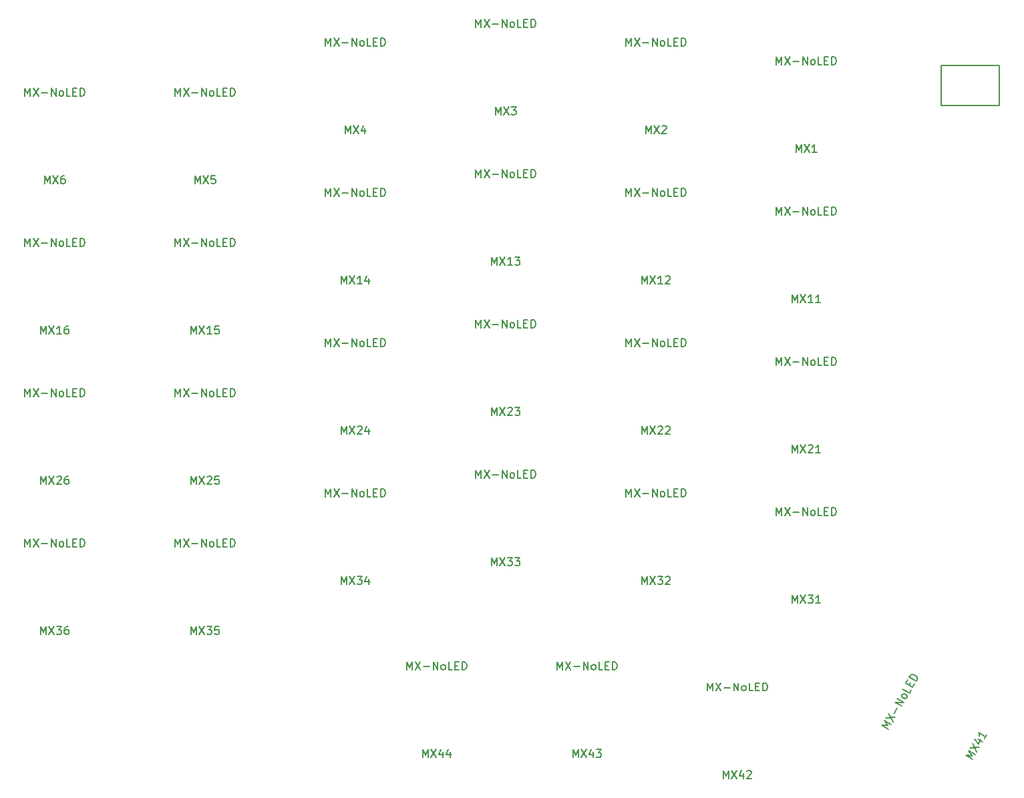
<source format=gbr>
%TF.GenerationSoftware,KiCad,Pcbnew,(5.1.9-0-10_14)*%
%TF.CreationDate,2021-04-25T18:40:37-05:00*%
%TF.ProjectId,wren-plain,7772656e-2d70-46c6-9169-6e2e6b696361,rev?*%
%TF.SameCoordinates,Original*%
%TF.FileFunction,OtherDrawing,Comment*%
%FSLAX46Y46*%
G04 Gerber Fmt 4.6, Leading zero omitted, Abs format (unit mm)*
G04 Created by KiCad (PCBNEW (5.1.9-0-10_14)) date 2021-04-25 18:40:37*
%MOMM*%
%LPD*%
G01*
G04 APERTURE LIST*
%ADD10C,0.200000*%
%ADD11C,0.150000*%
G04 APERTURE END LIST*
D10*
%TO.C,U1*%
X237744000Y-25146000D02*
X237744000Y-30226000D01*
X245110000Y-25146000D02*
X237744000Y-25146000D01*
X245110000Y-30226000D02*
X245110000Y-25146000D01*
X237744000Y-30226000D02*
X245110000Y-30226000D01*
%TD*%
%TO.C,MX6*%
D11*
X124126785Y-40139880D02*
X124126785Y-39139880D01*
X124460119Y-39854166D01*
X124793452Y-39139880D01*
X124793452Y-40139880D01*
X125174404Y-39139880D02*
X125841071Y-40139880D01*
X125841071Y-39139880D02*
X125174404Y-40139880D01*
X126650595Y-39139880D02*
X126460119Y-39139880D01*
X126364880Y-39187500D01*
X126317261Y-39235119D01*
X126222023Y-39377976D01*
X126174404Y-39568452D01*
X126174404Y-39949404D01*
X126222023Y-40044642D01*
X126269642Y-40092261D01*
X126364880Y-40139880D01*
X126555357Y-40139880D01*
X126650595Y-40092261D01*
X126698214Y-40044642D01*
X126745833Y-39949404D01*
X126745833Y-39711309D01*
X126698214Y-39616071D01*
X126650595Y-39568452D01*
X126555357Y-39520833D01*
X126364880Y-39520833D01*
X126269642Y-39568452D01*
X126222023Y-39616071D01*
X126174404Y-39711309D01*
X121650595Y-29027380D02*
X121650595Y-28027380D01*
X121983928Y-28741666D01*
X122317261Y-28027380D01*
X122317261Y-29027380D01*
X122698214Y-28027380D02*
X123364880Y-29027380D01*
X123364880Y-28027380D02*
X122698214Y-29027380D01*
X123745833Y-28646428D02*
X124507738Y-28646428D01*
X124983928Y-29027380D02*
X124983928Y-28027380D01*
X125555357Y-29027380D01*
X125555357Y-28027380D01*
X126174404Y-29027380D02*
X126079166Y-28979761D01*
X126031547Y-28932142D01*
X125983928Y-28836904D01*
X125983928Y-28551190D01*
X126031547Y-28455952D01*
X126079166Y-28408333D01*
X126174404Y-28360714D01*
X126317261Y-28360714D01*
X126412500Y-28408333D01*
X126460119Y-28455952D01*
X126507738Y-28551190D01*
X126507738Y-28836904D01*
X126460119Y-28932142D01*
X126412500Y-28979761D01*
X126317261Y-29027380D01*
X126174404Y-29027380D01*
X127412500Y-29027380D02*
X126936309Y-29027380D01*
X126936309Y-28027380D01*
X127745833Y-28503571D02*
X128079166Y-28503571D01*
X128222023Y-29027380D02*
X127745833Y-29027380D01*
X127745833Y-28027380D01*
X128222023Y-28027380D01*
X128650595Y-29027380D02*
X128650595Y-28027380D01*
X128888690Y-28027380D01*
X129031547Y-28075000D01*
X129126785Y-28170238D01*
X129174404Y-28265476D01*
X129222023Y-28455952D01*
X129222023Y-28598809D01*
X129174404Y-28789285D01*
X129126785Y-28884523D01*
X129031547Y-28979761D01*
X128888690Y-29027380D01*
X128650595Y-29027380D01*
%TO.C,MX36*%
X123650595Y-97289880D02*
X123650595Y-96289880D01*
X123983928Y-97004166D01*
X124317261Y-96289880D01*
X124317261Y-97289880D01*
X124698214Y-96289880D02*
X125364880Y-97289880D01*
X125364880Y-96289880D02*
X124698214Y-97289880D01*
X125650595Y-96289880D02*
X126269642Y-96289880D01*
X125936309Y-96670833D01*
X126079166Y-96670833D01*
X126174404Y-96718452D01*
X126222023Y-96766071D01*
X126269642Y-96861309D01*
X126269642Y-97099404D01*
X126222023Y-97194642D01*
X126174404Y-97242261D01*
X126079166Y-97289880D01*
X125793452Y-97289880D01*
X125698214Y-97242261D01*
X125650595Y-97194642D01*
X127126785Y-96289880D02*
X126936309Y-96289880D01*
X126841071Y-96337500D01*
X126793452Y-96385119D01*
X126698214Y-96527976D01*
X126650595Y-96718452D01*
X126650595Y-97099404D01*
X126698214Y-97194642D01*
X126745833Y-97242261D01*
X126841071Y-97289880D01*
X127031547Y-97289880D01*
X127126785Y-97242261D01*
X127174404Y-97194642D01*
X127222023Y-97099404D01*
X127222023Y-96861309D01*
X127174404Y-96766071D01*
X127126785Y-96718452D01*
X127031547Y-96670833D01*
X126841071Y-96670833D01*
X126745833Y-96718452D01*
X126698214Y-96766071D01*
X126650595Y-96861309D01*
X121650595Y-86177380D02*
X121650595Y-85177380D01*
X121983928Y-85891666D01*
X122317261Y-85177380D01*
X122317261Y-86177380D01*
X122698214Y-85177380D02*
X123364880Y-86177380D01*
X123364880Y-85177380D02*
X122698214Y-86177380D01*
X123745833Y-85796428D02*
X124507738Y-85796428D01*
X124983928Y-86177380D02*
X124983928Y-85177380D01*
X125555357Y-86177380D01*
X125555357Y-85177380D01*
X126174404Y-86177380D02*
X126079166Y-86129761D01*
X126031547Y-86082142D01*
X125983928Y-85986904D01*
X125983928Y-85701190D01*
X126031547Y-85605952D01*
X126079166Y-85558333D01*
X126174404Y-85510714D01*
X126317261Y-85510714D01*
X126412500Y-85558333D01*
X126460119Y-85605952D01*
X126507738Y-85701190D01*
X126507738Y-85986904D01*
X126460119Y-86082142D01*
X126412500Y-86129761D01*
X126317261Y-86177380D01*
X126174404Y-86177380D01*
X127412500Y-86177380D02*
X126936309Y-86177380D01*
X126936309Y-85177380D01*
X127745833Y-85653571D02*
X128079166Y-85653571D01*
X128222023Y-86177380D02*
X127745833Y-86177380D01*
X127745833Y-85177380D01*
X128222023Y-85177380D01*
X128650595Y-86177380D02*
X128650595Y-85177380D01*
X128888690Y-85177380D01*
X129031547Y-85225000D01*
X129126785Y-85320238D01*
X129174404Y-85415476D01*
X129222023Y-85605952D01*
X129222023Y-85748809D01*
X129174404Y-85939285D01*
X129126785Y-86034523D01*
X129031547Y-86129761D01*
X128888690Y-86177380D01*
X128650595Y-86177380D01*
%TO.C,MX41*%
X241744452Y-113099294D02*
X240878426Y-112599294D01*
X241663682Y-112667762D01*
X241211759Y-112021944D01*
X242077785Y-112521944D01*
X241402236Y-111692030D02*
X242601594Y-111614679D01*
X241735569Y-111114679D02*
X242268261Y-112192030D01*
X242429006Y-110580278D02*
X243006356Y-110913611D01*
X241980044Y-110595998D02*
X242479586Y-111159337D01*
X242789110Y-110623227D01*
X243530166Y-110006346D02*
X243244452Y-110501218D01*
X243387309Y-110253782D02*
X242521283Y-109753782D01*
X242597382Y-109907689D01*
X242632242Y-110037787D01*
X242625862Y-110144075D01*
X231120744Y-109275095D02*
X230254718Y-108775095D01*
X231039974Y-108843563D01*
X230588051Y-108197745D01*
X231454077Y-108697745D01*
X230778528Y-107867830D02*
X231977886Y-107790480D01*
X231111861Y-107290480D02*
X231644553Y-108367830D01*
X231838448Y-107270089D02*
X232219401Y-106610261D01*
X232787410Y-106388344D02*
X231921385Y-105888344D01*
X233073124Y-105893472D01*
X232207099Y-105393472D01*
X233382648Y-105357361D02*
X233293790Y-105416030D01*
X233228741Y-105433460D01*
X233122453Y-105427080D01*
X232875017Y-105284223D01*
X232816348Y-105195365D01*
X232798918Y-105130316D01*
X232805298Y-105024028D01*
X232876727Y-104900310D01*
X232965585Y-104841641D01*
X233030634Y-104824211D01*
X233136922Y-104830591D01*
X233384358Y-104973448D01*
X233443027Y-105062306D01*
X233460457Y-105127355D01*
X233454077Y-105233643D01*
X233382648Y-105357361D01*
X234001696Y-104285139D02*
X233763601Y-104697532D01*
X232897575Y-104197532D01*
X233714730Y-103734559D02*
X233881397Y-103445884D01*
X234406458Y-103584071D02*
X234168363Y-103996464D01*
X233302337Y-103496464D01*
X233540432Y-103084071D01*
X234620744Y-103212917D02*
X233754718Y-102712917D01*
X233873766Y-102506721D01*
X233986434Y-102406812D01*
X234116531Y-102371953D01*
X234222819Y-102378333D01*
X234411586Y-102432331D01*
X234535304Y-102503760D01*
X234676452Y-102640237D01*
X234735121Y-102729096D01*
X234769980Y-102859193D01*
X234739791Y-103006721D01*
X234620744Y-103212917D01*
%TO.C,MX15*%
X142700595Y-59189880D02*
X142700595Y-58189880D01*
X143033928Y-58904166D01*
X143367261Y-58189880D01*
X143367261Y-59189880D01*
X143748214Y-58189880D02*
X144414880Y-59189880D01*
X144414880Y-58189880D02*
X143748214Y-59189880D01*
X145319642Y-59189880D02*
X144748214Y-59189880D01*
X145033928Y-59189880D02*
X145033928Y-58189880D01*
X144938690Y-58332738D01*
X144843452Y-58427976D01*
X144748214Y-58475595D01*
X146224404Y-58189880D02*
X145748214Y-58189880D01*
X145700595Y-58666071D01*
X145748214Y-58618452D01*
X145843452Y-58570833D01*
X146081547Y-58570833D01*
X146176785Y-58618452D01*
X146224404Y-58666071D01*
X146272023Y-58761309D01*
X146272023Y-58999404D01*
X146224404Y-59094642D01*
X146176785Y-59142261D01*
X146081547Y-59189880D01*
X145843452Y-59189880D01*
X145748214Y-59142261D01*
X145700595Y-59094642D01*
X140700595Y-48077380D02*
X140700595Y-47077380D01*
X141033928Y-47791666D01*
X141367261Y-47077380D01*
X141367261Y-48077380D01*
X141748214Y-47077380D02*
X142414880Y-48077380D01*
X142414880Y-47077380D02*
X141748214Y-48077380D01*
X142795833Y-47696428D02*
X143557738Y-47696428D01*
X144033928Y-48077380D02*
X144033928Y-47077380D01*
X144605357Y-48077380D01*
X144605357Y-47077380D01*
X145224404Y-48077380D02*
X145129166Y-48029761D01*
X145081547Y-47982142D01*
X145033928Y-47886904D01*
X145033928Y-47601190D01*
X145081547Y-47505952D01*
X145129166Y-47458333D01*
X145224404Y-47410714D01*
X145367261Y-47410714D01*
X145462500Y-47458333D01*
X145510119Y-47505952D01*
X145557738Y-47601190D01*
X145557738Y-47886904D01*
X145510119Y-47982142D01*
X145462500Y-48029761D01*
X145367261Y-48077380D01*
X145224404Y-48077380D01*
X146462500Y-48077380D02*
X145986309Y-48077380D01*
X145986309Y-47077380D01*
X146795833Y-47553571D02*
X147129166Y-47553571D01*
X147272023Y-48077380D02*
X146795833Y-48077380D01*
X146795833Y-47077380D01*
X147272023Y-47077380D01*
X147700595Y-48077380D02*
X147700595Y-47077380D01*
X147938690Y-47077380D01*
X148081547Y-47125000D01*
X148176785Y-47220238D01*
X148224404Y-47315476D01*
X148272023Y-47505952D01*
X148272023Y-47648809D01*
X148224404Y-47839285D01*
X148176785Y-47934523D01*
X148081547Y-48029761D01*
X147938690Y-48077380D01*
X147700595Y-48077380D01*
%TO.C,MX44*%
X172063095Y-112879130D02*
X172063095Y-111879130D01*
X172396428Y-112593416D01*
X172729761Y-111879130D01*
X172729761Y-112879130D01*
X173110714Y-111879130D02*
X173777380Y-112879130D01*
X173777380Y-111879130D02*
X173110714Y-112879130D01*
X174586904Y-112212464D02*
X174586904Y-112879130D01*
X174348809Y-111831511D02*
X174110714Y-112545797D01*
X174729761Y-112545797D01*
X175539285Y-112212464D02*
X175539285Y-112879130D01*
X175301190Y-111831511D02*
X175063095Y-112545797D01*
X175682142Y-112545797D01*
X170063095Y-101766630D02*
X170063095Y-100766630D01*
X170396428Y-101480916D01*
X170729761Y-100766630D01*
X170729761Y-101766630D01*
X171110714Y-100766630D02*
X171777380Y-101766630D01*
X171777380Y-100766630D02*
X171110714Y-101766630D01*
X172158333Y-101385678D02*
X172920238Y-101385678D01*
X173396428Y-101766630D02*
X173396428Y-100766630D01*
X173967857Y-101766630D01*
X173967857Y-100766630D01*
X174586904Y-101766630D02*
X174491666Y-101719011D01*
X174444047Y-101671392D01*
X174396428Y-101576154D01*
X174396428Y-101290440D01*
X174444047Y-101195202D01*
X174491666Y-101147583D01*
X174586904Y-101099964D01*
X174729761Y-101099964D01*
X174825000Y-101147583D01*
X174872619Y-101195202D01*
X174920238Y-101290440D01*
X174920238Y-101576154D01*
X174872619Y-101671392D01*
X174825000Y-101719011D01*
X174729761Y-101766630D01*
X174586904Y-101766630D01*
X175825000Y-101766630D02*
X175348809Y-101766630D01*
X175348809Y-100766630D01*
X176158333Y-101242821D02*
X176491666Y-101242821D01*
X176634523Y-101766630D02*
X176158333Y-101766630D01*
X176158333Y-100766630D01*
X176634523Y-100766630D01*
X177063095Y-101766630D02*
X177063095Y-100766630D01*
X177301190Y-100766630D01*
X177444047Y-100814250D01*
X177539285Y-100909488D01*
X177586904Y-101004726D01*
X177634523Y-101195202D01*
X177634523Y-101338059D01*
X177586904Y-101528535D01*
X177539285Y-101623773D01*
X177444047Y-101719011D01*
X177301190Y-101766630D01*
X177063095Y-101766630D01*
%TO.C,MX43*%
X191113095Y-112879130D02*
X191113095Y-111879130D01*
X191446428Y-112593416D01*
X191779761Y-111879130D01*
X191779761Y-112879130D01*
X192160714Y-111879130D02*
X192827380Y-112879130D01*
X192827380Y-111879130D02*
X192160714Y-112879130D01*
X193636904Y-112212464D02*
X193636904Y-112879130D01*
X193398809Y-111831511D02*
X193160714Y-112545797D01*
X193779761Y-112545797D01*
X194065476Y-111879130D02*
X194684523Y-111879130D01*
X194351190Y-112260083D01*
X194494047Y-112260083D01*
X194589285Y-112307702D01*
X194636904Y-112355321D01*
X194684523Y-112450559D01*
X194684523Y-112688654D01*
X194636904Y-112783892D01*
X194589285Y-112831511D01*
X194494047Y-112879130D01*
X194208333Y-112879130D01*
X194113095Y-112831511D01*
X194065476Y-112783892D01*
X189113095Y-101766630D02*
X189113095Y-100766630D01*
X189446428Y-101480916D01*
X189779761Y-100766630D01*
X189779761Y-101766630D01*
X190160714Y-100766630D02*
X190827380Y-101766630D01*
X190827380Y-100766630D02*
X190160714Y-101766630D01*
X191208333Y-101385678D02*
X191970238Y-101385678D01*
X192446428Y-101766630D02*
X192446428Y-100766630D01*
X193017857Y-101766630D01*
X193017857Y-100766630D01*
X193636904Y-101766630D02*
X193541666Y-101719011D01*
X193494047Y-101671392D01*
X193446428Y-101576154D01*
X193446428Y-101290440D01*
X193494047Y-101195202D01*
X193541666Y-101147583D01*
X193636904Y-101099964D01*
X193779761Y-101099964D01*
X193875000Y-101147583D01*
X193922619Y-101195202D01*
X193970238Y-101290440D01*
X193970238Y-101576154D01*
X193922619Y-101671392D01*
X193875000Y-101719011D01*
X193779761Y-101766630D01*
X193636904Y-101766630D01*
X194875000Y-101766630D02*
X194398809Y-101766630D01*
X194398809Y-100766630D01*
X195208333Y-101242821D02*
X195541666Y-101242821D01*
X195684523Y-101766630D02*
X195208333Y-101766630D01*
X195208333Y-100766630D01*
X195684523Y-100766630D01*
X196113095Y-101766630D02*
X196113095Y-100766630D01*
X196351190Y-100766630D01*
X196494047Y-100814250D01*
X196589285Y-100909488D01*
X196636904Y-101004726D01*
X196684523Y-101195202D01*
X196684523Y-101338059D01*
X196636904Y-101528535D01*
X196589285Y-101623773D01*
X196494047Y-101719011D01*
X196351190Y-101766630D01*
X196113095Y-101766630D01*
%TO.C,MX42*%
X210163095Y-115546130D02*
X210163095Y-114546130D01*
X210496428Y-115260416D01*
X210829761Y-114546130D01*
X210829761Y-115546130D01*
X211210714Y-114546130D02*
X211877380Y-115546130D01*
X211877380Y-114546130D02*
X211210714Y-115546130D01*
X212686904Y-114879464D02*
X212686904Y-115546130D01*
X212448809Y-114498511D02*
X212210714Y-115212797D01*
X212829761Y-115212797D01*
X213163095Y-114641369D02*
X213210714Y-114593750D01*
X213305952Y-114546130D01*
X213544047Y-114546130D01*
X213639285Y-114593750D01*
X213686904Y-114641369D01*
X213734523Y-114736607D01*
X213734523Y-114831845D01*
X213686904Y-114974702D01*
X213115476Y-115546130D01*
X213734523Y-115546130D01*
X208163095Y-104433630D02*
X208163095Y-103433630D01*
X208496428Y-104147916D01*
X208829761Y-103433630D01*
X208829761Y-104433630D01*
X209210714Y-103433630D02*
X209877380Y-104433630D01*
X209877380Y-103433630D02*
X209210714Y-104433630D01*
X210258333Y-104052678D02*
X211020238Y-104052678D01*
X211496428Y-104433630D02*
X211496428Y-103433630D01*
X212067857Y-104433630D01*
X212067857Y-103433630D01*
X212686904Y-104433630D02*
X212591666Y-104386011D01*
X212544047Y-104338392D01*
X212496428Y-104243154D01*
X212496428Y-103957440D01*
X212544047Y-103862202D01*
X212591666Y-103814583D01*
X212686904Y-103766964D01*
X212829761Y-103766964D01*
X212925000Y-103814583D01*
X212972619Y-103862202D01*
X213020238Y-103957440D01*
X213020238Y-104243154D01*
X212972619Y-104338392D01*
X212925000Y-104386011D01*
X212829761Y-104433630D01*
X212686904Y-104433630D01*
X213925000Y-104433630D02*
X213448809Y-104433630D01*
X213448809Y-103433630D01*
X214258333Y-103909821D02*
X214591666Y-103909821D01*
X214734523Y-104433630D02*
X214258333Y-104433630D01*
X214258333Y-103433630D01*
X214734523Y-103433630D01*
X215163095Y-104433630D02*
X215163095Y-103433630D01*
X215401190Y-103433630D01*
X215544047Y-103481250D01*
X215639285Y-103576488D01*
X215686904Y-103671726D01*
X215734523Y-103862202D01*
X215734523Y-104005059D01*
X215686904Y-104195535D01*
X215639285Y-104290773D01*
X215544047Y-104386011D01*
X215401190Y-104433630D01*
X215163095Y-104433630D01*
%TO.C,MX35*%
X142700595Y-97289880D02*
X142700595Y-96289880D01*
X143033928Y-97004166D01*
X143367261Y-96289880D01*
X143367261Y-97289880D01*
X143748214Y-96289880D02*
X144414880Y-97289880D01*
X144414880Y-96289880D02*
X143748214Y-97289880D01*
X144700595Y-96289880D02*
X145319642Y-96289880D01*
X144986309Y-96670833D01*
X145129166Y-96670833D01*
X145224404Y-96718452D01*
X145272023Y-96766071D01*
X145319642Y-96861309D01*
X145319642Y-97099404D01*
X145272023Y-97194642D01*
X145224404Y-97242261D01*
X145129166Y-97289880D01*
X144843452Y-97289880D01*
X144748214Y-97242261D01*
X144700595Y-97194642D01*
X146224404Y-96289880D02*
X145748214Y-96289880D01*
X145700595Y-96766071D01*
X145748214Y-96718452D01*
X145843452Y-96670833D01*
X146081547Y-96670833D01*
X146176785Y-96718452D01*
X146224404Y-96766071D01*
X146272023Y-96861309D01*
X146272023Y-97099404D01*
X146224404Y-97194642D01*
X146176785Y-97242261D01*
X146081547Y-97289880D01*
X145843452Y-97289880D01*
X145748214Y-97242261D01*
X145700595Y-97194642D01*
X140700595Y-86177380D02*
X140700595Y-85177380D01*
X141033928Y-85891666D01*
X141367261Y-85177380D01*
X141367261Y-86177380D01*
X141748214Y-85177380D02*
X142414880Y-86177380D01*
X142414880Y-85177380D02*
X141748214Y-86177380D01*
X142795833Y-85796428D02*
X143557738Y-85796428D01*
X144033928Y-86177380D02*
X144033928Y-85177380D01*
X144605357Y-86177380D01*
X144605357Y-85177380D01*
X145224404Y-86177380D02*
X145129166Y-86129761D01*
X145081547Y-86082142D01*
X145033928Y-85986904D01*
X145033928Y-85701190D01*
X145081547Y-85605952D01*
X145129166Y-85558333D01*
X145224404Y-85510714D01*
X145367261Y-85510714D01*
X145462500Y-85558333D01*
X145510119Y-85605952D01*
X145557738Y-85701190D01*
X145557738Y-85986904D01*
X145510119Y-86082142D01*
X145462500Y-86129761D01*
X145367261Y-86177380D01*
X145224404Y-86177380D01*
X146462500Y-86177380D02*
X145986309Y-86177380D01*
X145986309Y-85177380D01*
X146795833Y-85653571D02*
X147129166Y-85653571D01*
X147272023Y-86177380D02*
X146795833Y-86177380D01*
X146795833Y-85177380D01*
X147272023Y-85177380D01*
X147700595Y-86177380D02*
X147700595Y-85177380D01*
X147938690Y-85177380D01*
X148081547Y-85225000D01*
X148176785Y-85320238D01*
X148224404Y-85415476D01*
X148272023Y-85605952D01*
X148272023Y-85748809D01*
X148224404Y-85939285D01*
X148176785Y-86034523D01*
X148081547Y-86129761D01*
X147938690Y-86177380D01*
X147700595Y-86177380D01*
%TO.C,MX34*%
X161750595Y-90939880D02*
X161750595Y-89939880D01*
X162083928Y-90654166D01*
X162417261Y-89939880D01*
X162417261Y-90939880D01*
X162798214Y-89939880D02*
X163464880Y-90939880D01*
X163464880Y-89939880D02*
X162798214Y-90939880D01*
X163750595Y-89939880D02*
X164369642Y-89939880D01*
X164036309Y-90320833D01*
X164179166Y-90320833D01*
X164274404Y-90368452D01*
X164322023Y-90416071D01*
X164369642Y-90511309D01*
X164369642Y-90749404D01*
X164322023Y-90844642D01*
X164274404Y-90892261D01*
X164179166Y-90939880D01*
X163893452Y-90939880D01*
X163798214Y-90892261D01*
X163750595Y-90844642D01*
X165226785Y-90273214D02*
X165226785Y-90939880D01*
X164988690Y-89892261D02*
X164750595Y-90606547D01*
X165369642Y-90606547D01*
X159750595Y-79827380D02*
X159750595Y-78827380D01*
X160083928Y-79541666D01*
X160417261Y-78827380D01*
X160417261Y-79827380D01*
X160798214Y-78827380D02*
X161464880Y-79827380D01*
X161464880Y-78827380D02*
X160798214Y-79827380D01*
X161845833Y-79446428D02*
X162607738Y-79446428D01*
X163083928Y-79827380D02*
X163083928Y-78827380D01*
X163655357Y-79827380D01*
X163655357Y-78827380D01*
X164274404Y-79827380D02*
X164179166Y-79779761D01*
X164131547Y-79732142D01*
X164083928Y-79636904D01*
X164083928Y-79351190D01*
X164131547Y-79255952D01*
X164179166Y-79208333D01*
X164274404Y-79160714D01*
X164417261Y-79160714D01*
X164512500Y-79208333D01*
X164560119Y-79255952D01*
X164607738Y-79351190D01*
X164607738Y-79636904D01*
X164560119Y-79732142D01*
X164512500Y-79779761D01*
X164417261Y-79827380D01*
X164274404Y-79827380D01*
X165512500Y-79827380D02*
X165036309Y-79827380D01*
X165036309Y-78827380D01*
X165845833Y-79303571D02*
X166179166Y-79303571D01*
X166322023Y-79827380D02*
X165845833Y-79827380D01*
X165845833Y-78827380D01*
X166322023Y-78827380D01*
X166750595Y-79827380D02*
X166750595Y-78827380D01*
X166988690Y-78827380D01*
X167131547Y-78875000D01*
X167226785Y-78970238D01*
X167274404Y-79065476D01*
X167322023Y-79255952D01*
X167322023Y-79398809D01*
X167274404Y-79589285D01*
X167226785Y-79684523D01*
X167131547Y-79779761D01*
X166988690Y-79827380D01*
X166750595Y-79827380D01*
%TO.C,MX33*%
X180800595Y-88558630D02*
X180800595Y-87558630D01*
X181133928Y-88272916D01*
X181467261Y-87558630D01*
X181467261Y-88558630D01*
X181848214Y-87558630D02*
X182514880Y-88558630D01*
X182514880Y-87558630D02*
X181848214Y-88558630D01*
X182800595Y-87558630D02*
X183419642Y-87558630D01*
X183086309Y-87939583D01*
X183229166Y-87939583D01*
X183324404Y-87987202D01*
X183372023Y-88034821D01*
X183419642Y-88130059D01*
X183419642Y-88368154D01*
X183372023Y-88463392D01*
X183324404Y-88511011D01*
X183229166Y-88558630D01*
X182943452Y-88558630D01*
X182848214Y-88511011D01*
X182800595Y-88463392D01*
X183752976Y-87558630D02*
X184372023Y-87558630D01*
X184038690Y-87939583D01*
X184181547Y-87939583D01*
X184276785Y-87987202D01*
X184324404Y-88034821D01*
X184372023Y-88130059D01*
X184372023Y-88368154D01*
X184324404Y-88463392D01*
X184276785Y-88511011D01*
X184181547Y-88558630D01*
X183895833Y-88558630D01*
X183800595Y-88511011D01*
X183752976Y-88463392D01*
X178800595Y-77446130D02*
X178800595Y-76446130D01*
X179133928Y-77160416D01*
X179467261Y-76446130D01*
X179467261Y-77446130D01*
X179848214Y-76446130D02*
X180514880Y-77446130D01*
X180514880Y-76446130D02*
X179848214Y-77446130D01*
X180895833Y-77065178D02*
X181657738Y-77065178D01*
X182133928Y-77446130D02*
X182133928Y-76446130D01*
X182705357Y-77446130D01*
X182705357Y-76446130D01*
X183324404Y-77446130D02*
X183229166Y-77398511D01*
X183181547Y-77350892D01*
X183133928Y-77255654D01*
X183133928Y-76969940D01*
X183181547Y-76874702D01*
X183229166Y-76827083D01*
X183324404Y-76779464D01*
X183467261Y-76779464D01*
X183562500Y-76827083D01*
X183610119Y-76874702D01*
X183657738Y-76969940D01*
X183657738Y-77255654D01*
X183610119Y-77350892D01*
X183562500Y-77398511D01*
X183467261Y-77446130D01*
X183324404Y-77446130D01*
X184562500Y-77446130D02*
X184086309Y-77446130D01*
X184086309Y-76446130D01*
X184895833Y-76922321D02*
X185229166Y-76922321D01*
X185372023Y-77446130D02*
X184895833Y-77446130D01*
X184895833Y-76446130D01*
X185372023Y-76446130D01*
X185800595Y-77446130D02*
X185800595Y-76446130D01*
X186038690Y-76446130D01*
X186181547Y-76493750D01*
X186276785Y-76588988D01*
X186324404Y-76684226D01*
X186372023Y-76874702D01*
X186372023Y-77017559D01*
X186324404Y-77208035D01*
X186276785Y-77303273D01*
X186181547Y-77398511D01*
X186038690Y-77446130D01*
X185800595Y-77446130D01*
%TO.C,MX32*%
X199850595Y-90939880D02*
X199850595Y-89939880D01*
X200183928Y-90654166D01*
X200517261Y-89939880D01*
X200517261Y-90939880D01*
X200898214Y-89939880D02*
X201564880Y-90939880D01*
X201564880Y-89939880D02*
X200898214Y-90939880D01*
X201850595Y-89939880D02*
X202469642Y-89939880D01*
X202136309Y-90320833D01*
X202279166Y-90320833D01*
X202374404Y-90368452D01*
X202422023Y-90416071D01*
X202469642Y-90511309D01*
X202469642Y-90749404D01*
X202422023Y-90844642D01*
X202374404Y-90892261D01*
X202279166Y-90939880D01*
X201993452Y-90939880D01*
X201898214Y-90892261D01*
X201850595Y-90844642D01*
X202850595Y-90035119D02*
X202898214Y-89987500D01*
X202993452Y-89939880D01*
X203231547Y-89939880D01*
X203326785Y-89987500D01*
X203374404Y-90035119D01*
X203422023Y-90130357D01*
X203422023Y-90225595D01*
X203374404Y-90368452D01*
X202802976Y-90939880D01*
X203422023Y-90939880D01*
X197850595Y-79827380D02*
X197850595Y-78827380D01*
X198183928Y-79541666D01*
X198517261Y-78827380D01*
X198517261Y-79827380D01*
X198898214Y-78827380D02*
X199564880Y-79827380D01*
X199564880Y-78827380D02*
X198898214Y-79827380D01*
X199945833Y-79446428D02*
X200707738Y-79446428D01*
X201183928Y-79827380D02*
X201183928Y-78827380D01*
X201755357Y-79827380D01*
X201755357Y-78827380D01*
X202374404Y-79827380D02*
X202279166Y-79779761D01*
X202231547Y-79732142D01*
X202183928Y-79636904D01*
X202183928Y-79351190D01*
X202231547Y-79255952D01*
X202279166Y-79208333D01*
X202374404Y-79160714D01*
X202517261Y-79160714D01*
X202612500Y-79208333D01*
X202660119Y-79255952D01*
X202707738Y-79351190D01*
X202707738Y-79636904D01*
X202660119Y-79732142D01*
X202612500Y-79779761D01*
X202517261Y-79827380D01*
X202374404Y-79827380D01*
X203612500Y-79827380D02*
X203136309Y-79827380D01*
X203136309Y-78827380D01*
X203945833Y-79303571D02*
X204279166Y-79303571D01*
X204422023Y-79827380D02*
X203945833Y-79827380D01*
X203945833Y-78827380D01*
X204422023Y-78827380D01*
X204850595Y-79827380D02*
X204850595Y-78827380D01*
X205088690Y-78827380D01*
X205231547Y-78875000D01*
X205326785Y-78970238D01*
X205374404Y-79065476D01*
X205422023Y-79255952D01*
X205422023Y-79398809D01*
X205374404Y-79589285D01*
X205326785Y-79684523D01*
X205231547Y-79779761D01*
X205088690Y-79827380D01*
X204850595Y-79827380D01*
%TO.C,MX31*%
X218900595Y-93321130D02*
X218900595Y-92321130D01*
X219233928Y-93035416D01*
X219567261Y-92321130D01*
X219567261Y-93321130D01*
X219948214Y-92321130D02*
X220614880Y-93321130D01*
X220614880Y-92321130D02*
X219948214Y-93321130D01*
X220900595Y-92321130D02*
X221519642Y-92321130D01*
X221186309Y-92702083D01*
X221329166Y-92702083D01*
X221424404Y-92749702D01*
X221472023Y-92797321D01*
X221519642Y-92892559D01*
X221519642Y-93130654D01*
X221472023Y-93225892D01*
X221424404Y-93273511D01*
X221329166Y-93321130D01*
X221043452Y-93321130D01*
X220948214Y-93273511D01*
X220900595Y-93225892D01*
X222472023Y-93321130D02*
X221900595Y-93321130D01*
X222186309Y-93321130D02*
X222186309Y-92321130D01*
X222091071Y-92463988D01*
X221995833Y-92559226D01*
X221900595Y-92606845D01*
X216900595Y-82208630D02*
X216900595Y-81208630D01*
X217233928Y-81922916D01*
X217567261Y-81208630D01*
X217567261Y-82208630D01*
X217948214Y-81208630D02*
X218614880Y-82208630D01*
X218614880Y-81208630D02*
X217948214Y-82208630D01*
X218995833Y-81827678D02*
X219757738Y-81827678D01*
X220233928Y-82208630D02*
X220233928Y-81208630D01*
X220805357Y-82208630D01*
X220805357Y-81208630D01*
X221424404Y-82208630D02*
X221329166Y-82161011D01*
X221281547Y-82113392D01*
X221233928Y-82018154D01*
X221233928Y-81732440D01*
X221281547Y-81637202D01*
X221329166Y-81589583D01*
X221424404Y-81541964D01*
X221567261Y-81541964D01*
X221662500Y-81589583D01*
X221710119Y-81637202D01*
X221757738Y-81732440D01*
X221757738Y-82018154D01*
X221710119Y-82113392D01*
X221662500Y-82161011D01*
X221567261Y-82208630D01*
X221424404Y-82208630D01*
X222662500Y-82208630D02*
X222186309Y-82208630D01*
X222186309Y-81208630D01*
X222995833Y-81684821D02*
X223329166Y-81684821D01*
X223472023Y-82208630D02*
X222995833Y-82208630D01*
X222995833Y-81208630D01*
X223472023Y-81208630D01*
X223900595Y-82208630D02*
X223900595Y-81208630D01*
X224138690Y-81208630D01*
X224281547Y-81256250D01*
X224376785Y-81351488D01*
X224424404Y-81446726D01*
X224472023Y-81637202D01*
X224472023Y-81780059D01*
X224424404Y-81970535D01*
X224376785Y-82065773D01*
X224281547Y-82161011D01*
X224138690Y-82208630D01*
X223900595Y-82208630D01*
%TO.C,MX26*%
X123650595Y-78239880D02*
X123650595Y-77239880D01*
X123983928Y-77954166D01*
X124317261Y-77239880D01*
X124317261Y-78239880D01*
X124698214Y-77239880D02*
X125364880Y-78239880D01*
X125364880Y-77239880D02*
X124698214Y-78239880D01*
X125698214Y-77335119D02*
X125745833Y-77287500D01*
X125841071Y-77239880D01*
X126079166Y-77239880D01*
X126174404Y-77287500D01*
X126222023Y-77335119D01*
X126269642Y-77430357D01*
X126269642Y-77525595D01*
X126222023Y-77668452D01*
X125650595Y-78239880D01*
X126269642Y-78239880D01*
X127126785Y-77239880D02*
X126936309Y-77239880D01*
X126841071Y-77287500D01*
X126793452Y-77335119D01*
X126698214Y-77477976D01*
X126650595Y-77668452D01*
X126650595Y-78049404D01*
X126698214Y-78144642D01*
X126745833Y-78192261D01*
X126841071Y-78239880D01*
X127031547Y-78239880D01*
X127126785Y-78192261D01*
X127174404Y-78144642D01*
X127222023Y-78049404D01*
X127222023Y-77811309D01*
X127174404Y-77716071D01*
X127126785Y-77668452D01*
X127031547Y-77620833D01*
X126841071Y-77620833D01*
X126745833Y-77668452D01*
X126698214Y-77716071D01*
X126650595Y-77811309D01*
X121650595Y-67127380D02*
X121650595Y-66127380D01*
X121983928Y-66841666D01*
X122317261Y-66127380D01*
X122317261Y-67127380D01*
X122698214Y-66127380D02*
X123364880Y-67127380D01*
X123364880Y-66127380D02*
X122698214Y-67127380D01*
X123745833Y-66746428D02*
X124507738Y-66746428D01*
X124983928Y-67127380D02*
X124983928Y-66127380D01*
X125555357Y-67127380D01*
X125555357Y-66127380D01*
X126174404Y-67127380D02*
X126079166Y-67079761D01*
X126031547Y-67032142D01*
X125983928Y-66936904D01*
X125983928Y-66651190D01*
X126031547Y-66555952D01*
X126079166Y-66508333D01*
X126174404Y-66460714D01*
X126317261Y-66460714D01*
X126412500Y-66508333D01*
X126460119Y-66555952D01*
X126507738Y-66651190D01*
X126507738Y-66936904D01*
X126460119Y-67032142D01*
X126412500Y-67079761D01*
X126317261Y-67127380D01*
X126174404Y-67127380D01*
X127412500Y-67127380D02*
X126936309Y-67127380D01*
X126936309Y-66127380D01*
X127745833Y-66603571D02*
X128079166Y-66603571D01*
X128222023Y-67127380D02*
X127745833Y-67127380D01*
X127745833Y-66127380D01*
X128222023Y-66127380D01*
X128650595Y-67127380D02*
X128650595Y-66127380D01*
X128888690Y-66127380D01*
X129031547Y-66175000D01*
X129126785Y-66270238D01*
X129174404Y-66365476D01*
X129222023Y-66555952D01*
X129222023Y-66698809D01*
X129174404Y-66889285D01*
X129126785Y-66984523D01*
X129031547Y-67079761D01*
X128888690Y-67127380D01*
X128650595Y-67127380D01*
%TO.C,MX25*%
X142700595Y-78239880D02*
X142700595Y-77239880D01*
X143033928Y-77954166D01*
X143367261Y-77239880D01*
X143367261Y-78239880D01*
X143748214Y-77239880D02*
X144414880Y-78239880D01*
X144414880Y-77239880D02*
X143748214Y-78239880D01*
X144748214Y-77335119D02*
X144795833Y-77287500D01*
X144891071Y-77239880D01*
X145129166Y-77239880D01*
X145224404Y-77287500D01*
X145272023Y-77335119D01*
X145319642Y-77430357D01*
X145319642Y-77525595D01*
X145272023Y-77668452D01*
X144700595Y-78239880D01*
X145319642Y-78239880D01*
X146224404Y-77239880D02*
X145748214Y-77239880D01*
X145700595Y-77716071D01*
X145748214Y-77668452D01*
X145843452Y-77620833D01*
X146081547Y-77620833D01*
X146176785Y-77668452D01*
X146224404Y-77716071D01*
X146272023Y-77811309D01*
X146272023Y-78049404D01*
X146224404Y-78144642D01*
X146176785Y-78192261D01*
X146081547Y-78239880D01*
X145843452Y-78239880D01*
X145748214Y-78192261D01*
X145700595Y-78144642D01*
X140700595Y-67127380D02*
X140700595Y-66127380D01*
X141033928Y-66841666D01*
X141367261Y-66127380D01*
X141367261Y-67127380D01*
X141748214Y-66127380D02*
X142414880Y-67127380D01*
X142414880Y-66127380D02*
X141748214Y-67127380D01*
X142795833Y-66746428D02*
X143557738Y-66746428D01*
X144033928Y-67127380D02*
X144033928Y-66127380D01*
X144605357Y-67127380D01*
X144605357Y-66127380D01*
X145224404Y-67127380D02*
X145129166Y-67079761D01*
X145081547Y-67032142D01*
X145033928Y-66936904D01*
X145033928Y-66651190D01*
X145081547Y-66555952D01*
X145129166Y-66508333D01*
X145224404Y-66460714D01*
X145367261Y-66460714D01*
X145462500Y-66508333D01*
X145510119Y-66555952D01*
X145557738Y-66651190D01*
X145557738Y-66936904D01*
X145510119Y-67032142D01*
X145462500Y-67079761D01*
X145367261Y-67127380D01*
X145224404Y-67127380D01*
X146462500Y-67127380D02*
X145986309Y-67127380D01*
X145986309Y-66127380D01*
X146795833Y-66603571D02*
X147129166Y-66603571D01*
X147272023Y-67127380D02*
X146795833Y-67127380D01*
X146795833Y-66127380D01*
X147272023Y-66127380D01*
X147700595Y-67127380D02*
X147700595Y-66127380D01*
X147938690Y-66127380D01*
X148081547Y-66175000D01*
X148176785Y-66270238D01*
X148224404Y-66365476D01*
X148272023Y-66555952D01*
X148272023Y-66698809D01*
X148224404Y-66889285D01*
X148176785Y-66984523D01*
X148081547Y-67079761D01*
X147938690Y-67127380D01*
X147700595Y-67127380D01*
%TO.C,MX24*%
X161750595Y-71889880D02*
X161750595Y-70889880D01*
X162083928Y-71604166D01*
X162417261Y-70889880D01*
X162417261Y-71889880D01*
X162798214Y-70889880D02*
X163464880Y-71889880D01*
X163464880Y-70889880D02*
X162798214Y-71889880D01*
X163798214Y-70985119D02*
X163845833Y-70937500D01*
X163941071Y-70889880D01*
X164179166Y-70889880D01*
X164274404Y-70937500D01*
X164322023Y-70985119D01*
X164369642Y-71080357D01*
X164369642Y-71175595D01*
X164322023Y-71318452D01*
X163750595Y-71889880D01*
X164369642Y-71889880D01*
X165226785Y-71223214D02*
X165226785Y-71889880D01*
X164988690Y-70842261D02*
X164750595Y-71556547D01*
X165369642Y-71556547D01*
X159750595Y-60777380D02*
X159750595Y-59777380D01*
X160083928Y-60491666D01*
X160417261Y-59777380D01*
X160417261Y-60777380D01*
X160798214Y-59777380D02*
X161464880Y-60777380D01*
X161464880Y-59777380D02*
X160798214Y-60777380D01*
X161845833Y-60396428D02*
X162607738Y-60396428D01*
X163083928Y-60777380D02*
X163083928Y-59777380D01*
X163655357Y-60777380D01*
X163655357Y-59777380D01*
X164274404Y-60777380D02*
X164179166Y-60729761D01*
X164131547Y-60682142D01*
X164083928Y-60586904D01*
X164083928Y-60301190D01*
X164131547Y-60205952D01*
X164179166Y-60158333D01*
X164274404Y-60110714D01*
X164417261Y-60110714D01*
X164512500Y-60158333D01*
X164560119Y-60205952D01*
X164607738Y-60301190D01*
X164607738Y-60586904D01*
X164560119Y-60682142D01*
X164512500Y-60729761D01*
X164417261Y-60777380D01*
X164274404Y-60777380D01*
X165512500Y-60777380D02*
X165036309Y-60777380D01*
X165036309Y-59777380D01*
X165845833Y-60253571D02*
X166179166Y-60253571D01*
X166322023Y-60777380D02*
X165845833Y-60777380D01*
X165845833Y-59777380D01*
X166322023Y-59777380D01*
X166750595Y-60777380D02*
X166750595Y-59777380D01*
X166988690Y-59777380D01*
X167131547Y-59825000D01*
X167226785Y-59920238D01*
X167274404Y-60015476D01*
X167322023Y-60205952D01*
X167322023Y-60348809D01*
X167274404Y-60539285D01*
X167226785Y-60634523D01*
X167131547Y-60729761D01*
X166988690Y-60777380D01*
X166750595Y-60777380D01*
%TO.C,MX23*%
X180800595Y-69508630D02*
X180800595Y-68508630D01*
X181133928Y-69222916D01*
X181467261Y-68508630D01*
X181467261Y-69508630D01*
X181848214Y-68508630D02*
X182514880Y-69508630D01*
X182514880Y-68508630D02*
X181848214Y-69508630D01*
X182848214Y-68603869D02*
X182895833Y-68556250D01*
X182991071Y-68508630D01*
X183229166Y-68508630D01*
X183324404Y-68556250D01*
X183372023Y-68603869D01*
X183419642Y-68699107D01*
X183419642Y-68794345D01*
X183372023Y-68937202D01*
X182800595Y-69508630D01*
X183419642Y-69508630D01*
X183752976Y-68508630D02*
X184372023Y-68508630D01*
X184038690Y-68889583D01*
X184181547Y-68889583D01*
X184276785Y-68937202D01*
X184324404Y-68984821D01*
X184372023Y-69080059D01*
X184372023Y-69318154D01*
X184324404Y-69413392D01*
X184276785Y-69461011D01*
X184181547Y-69508630D01*
X183895833Y-69508630D01*
X183800595Y-69461011D01*
X183752976Y-69413392D01*
X178800595Y-58396130D02*
X178800595Y-57396130D01*
X179133928Y-58110416D01*
X179467261Y-57396130D01*
X179467261Y-58396130D01*
X179848214Y-57396130D02*
X180514880Y-58396130D01*
X180514880Y-57396130D02*
X179848214Y-58396130D01*
X180895833Y-58015178D02*
X181657738Y-58015178D01*
X182133928Y-58396130D02*
X182133928Y-57396130D01*
X182705357Y-58396130D01*
X182705357Y-57396130D01*
X183324404Y-58396130D02*
X183229166Y-58348511D01*
X183181547Y-58300892D01*
X183133928Y-58205654D01*
X183133928Y-57919940D01*
X183181547Y-57824702D01*
X183229166Y-57777083D01*
X183324404Y-57729464D01*
X183467261Y-57729464D01*
X183562500Y-57777083D01*
X183610119Y-57824702D01*
X183657738Y-57919940D01*
X183657738Y-58205654D01*
X183610119Y-58300892D01*
X183562500Y-58348511D01*
X183467261Y-58396130D01*
X183324404Y-58396130D01*
X184562500Y-58396130D02*
X184086309Y-58396130D01*
X184086309Y-57396130D01*
X184895833Y-57872321D02*
X185229166Y-57872321D01*
X185372023Y-58396130D02*
X184895833Y-58396130D01*
X184895833Y-57396130D01*
X185372023Y-57396130D01*
X185800595Y-58396130D02*
X185800595Y-57396130D01*
X186038690Y-57396130D01*
X186181547Y-57443750D01*
X186276785Y-57538988D01*
X186324404Y-57634226D01*
X186372023Y-57824702D01*
X186372023Y-57967559D01*
X186324404Y-58158035D01*
X186276785Y-58253273D01*
X186181547Y-58348511D01*
X186038690Y-58396130D01*
X185800595Y-58396130D01*
%TO.C,MX22*%
X199850595Y-71889880D02*
X199850595Y-70889880D01*
X200183928Y-71604166D01*
X200517261Y-70889880D01*
X200517261Y-71889880D01*
X200898214Y-70889880D02*
X201564880Y-71889880D01*
X201564880Y-70889880D02*
X200898214Y-71889880D01*
X201898214Y-70985119D02*
X201945833Y-70937500D01*
X202041071Y-70889880D01*
X202279166Y-70889880D01*
X202374404Y-70937500D01*
X202422023Y-70985119D01*
X202469642Y-71080357D01*
X202469642Y-71175595D01*
X202422023Y-71318452D01*
X201850595Y-71889880D01*
X202469642Y-71889880D01*
X202850595Y-70985119D02*
X202898214Y-70937500D01*
X202993452Y-70889880D01*
X203231547Y-70889880D01*
X203326785Y-70937500D01*
X203374404Y-70985119D01*
X203422023Y-71080357D01*
X203422023Y-71175595D01*
X203374404Y-71318452D01*
X202802976Y-71889880D01*
X203422023Y-71889880D01*
X197850595Y-60777380D02*
X197850595Y-59777380D01*
X198183928Y-60491666D01*
X198517261Y-59777380D01*
X198517261Y-60777380D01*
X198898214Y-59777380D02*
X199564880Y-60777380D01*
X199564880Y-59777380D02*
X198898214Y-60777380D01*
X199945833Y-60396428D02*
X200707738Y-60396428D01*
X201183928Y-60777380D02*
X201183928Y-59777380D01*
X201755357Y-60777380D01*
X201755357Y-59777380D01*
X202374404Y-60777380D02*
X202279166Y-60729761D01*
X202231547Y-60682142D01*
X202183928Y-60586904D01*
X202183928Y-60301190D01*
X202231547Y-60205952D01*
X202279166Y-60158333D01*
X202374404Y-60110714D01*
X202517261Y-60110714D01*
X202612500Y-60158333D01*
X202660119Y-60205952D01*
X202707738Y-60301190D01*
X202707738Y-60586904D01*
X202660119Y-60682142D01*
X202612500Y-60729761D01*
X202517261Y-60777380D01*
X202374404Y-60777380D01*
X203612500Y-60777380D02*
X203136309Y-60777380D01*
X203136309Y-59777380D01*
X203945833Y-60253571D02*
X204279166Y-60253571D01*
X204422023Y-60777380D02*
X203945833Y-60777380D01*
X203945833Y-59777380D01*
X204422023Y-59777380D01*
X204850595Y-60777380D02*
X204850595Y-59777380D01*
X205088690Y-59777380D01*
X205231547Y-59825000D01*
X205326785Y-59920238D01*
X205374404Y-60015476D01*
X205422023Y-60205952D01*
X205422023Y-60348809D01*
X205374404Y-60539285D01*
X205326785Y-60634523D01*
X205231547Y-60729761D01*
X205088690Y-60777380D01*
X204850595Y-60777380D01*
%TO.C,MX21*%
X218900595Y-74271130D02*
X218900595Y-73271130D01*
X219233928Y-73985416D01*
X219567261Y-73271130D01*
X219567261Y-74271130D01*
X219948214Y-73271130D02*
X220614880Y-74271130D01*
X220614880Y-73271130D02*
X219948214Y-74271130D01*
X220948214Y-73366369D02*
X220995833Y-73318750D01*
X221091071Y-73271130D01*
X221329166Y-73271130D01*
X221424404Y-73318750D01*
X221472023Y-73366369D01*
X221519642Y-73461607D01*
X221519642Y-73556845D01*
X221472023Y-73699702D01*
X220900595Y-74271130D01*
X221519642Y-74271130D01*
X222472023Y-74271130D02*
X221900595Y-74271130D01*
X222186309Y-74271130D02*
X222186309Y-73271130D01*
X222091071Y-73413988D01*
X221995833Y-73509226D01*
X221900595Y-73556845D01*
X216900595Y-63158630D02*
X216900595Y-62158630D01*
X217233928Y-62872916D01*
X217567261Y-62158630D01*
X217567261Y-63158630D01*
X217948214Y-62158630D02*
X218614880Y-63158630D01*
X218614880Y-62158630D02*
X217948214Y-63158630D01*
X218995833Y-62777678D02*
X219757738Y-62777678D01*
X220233928Y-63158630D02*
X220233928Y-62158630D01*
X220805357Y-63158630D01*
X220805357Y-62158630D01*
X221424404Y-63158630D02*
X221329166Y-63111011D01*
X221281547Y-63063392D01*
X221233928Y-62968154D01*
X221233928Y-62682440D01*
X221281547Y-62587202D01*
X221329166Y-62539583D01*
X221424404Y-62491964D01*
X221567261Y-62491964D01*
X221662500Y-62539583D01*
X221710119Y-62587202D01*
X221757738Y-62682440D01*
X221757738Y-62968154D01*
X221710119Y-63063392D01*
X221662500Y-63111011D01*
X221567261Y-63158630D01*
X221424404Y-63158630D01*
X222662500Y-63158630D02*
X222186309Y-63158630D01*
X222186309Y-62158630D01*
X222995833Y-62634821D02*
X223329166Y-62634821D01*
X223472023Y-63158630D02*
X222995833Y-63158630D01*
X222995833Y-62158630D01*
X223472023Y-62158630D01*
X223900595Y-63158630D02*
X223900595Y-62158630D01*
X224138690Y-62158630D01*
X224281547Y-62206250D01*
X224376785Y-62301488D01*
X224424404Y-62396726D01*
X224472023Y-62587202D01*
X224472023Y-62730059D01*
X224424404Y-62920535D01*
X224376785Y-63015773D01*
X224281547Y-63111011D01*
X224138690Y-63158630D01*
X223900595Y-63158630D01*
%TO.C,MX16*%
X123650595Y-59189880D02*
X123650595Y-58189880D01*
X123983928Y-58904166D01*
X124317261Y-58189880D01*
X124317261Y-59189880D01*
X124698214Y-58189880D02*
X125364880Y-59189880D01*
X125364880Y-58189880D02*
X124698214Y-59189880D01*
X126269642Y-59189880D02*
X125698214Y-59189880D01*
X125983928Y-59189880D02*
X125983928Y-58189880D01*
X125888690Y-58332738D01*
X125793452Y-58427976D01*
X125698214Y-58475595D01*
X127126785Y-58189880D02*
X126936309Y-58189880D01*
X126841071Y-58237500D01*
X126793452Y-58285119D01*
X126698214Y-58427976D01*
X126650595Y-58618452D01*
X126650595Y-58999404D01*
X126698214Y-59094642D01*
X126745833Y-59142261D01*
X126841071Y-59189880D01*
X127031547Y-59189880D01*
X127126785Y-59142261D01*
X127174404Y-59094642D01*
X127222023Y-58999404D01*
X127222023Y-58761309D01*
X127174404Y-58666071D01*
X127126785Y-58618452D01*
X127031547Y-58570833D01*
X126841071Y-58570833D01*
X126745833Y-58618452D01*
X126698214Y-58666071D01*
X126650595Y-58761309D01*
X121650595Y-48077380D02*
X121650595Y-47077380D01*
X121983928Y-47791666D01*
X122317261Y-47077380D01*
X122317261Y-48077380D01*
X122698214Y-47077380D02*
X123364880Y-48077380D01*
X123364880Y-47077380D02*
X122698214Y-48077380D01*
X123745833Y-47696428D02*
X124507738Y-47696428D01*
X124983928Y-48077380D02*
X124983928Y-47077380D01*
X125555357Y-48077380D01*
X125555357Y-47077380D01*
X126174404Y-48077380D02*
X126079166Y-48029761D01*
X126031547Y-47982142D01*
X125983928Y-47886904D01*
X125983928Y-47601190D01*
X126031547Y-47505952D01*
X126079166Y-47458333D01*
X126174404Y-47410714D01*
X126317261Y-47410714D01*
X126412500Y-47458333D01*
X126460119Y-47505952D01*
X126507738Y-47601190D01*
X126507738Y-47886904D01*
X126460119Y-47982142D01*
X126412500Y-48029761D01*
X126317261Y-48077380D01*
X126174404Y-48077380D01*
X127412500Y-48077380D02*
X126936309Y-48077380D01*
X126936309Y-47077380D01*
X127745833Y-47553571D02*
X128079166Y-47553571D01*
X128222023Y-48077380D02*
X127745833Y-48077380D01*
X127745833Y-47077380D01*
X128222023Y-47077380D01*
X128650595Y-48077380D02*
X128650595Y-47077380D01*
X128888690Y-47077380D01*
X129031547Y-47125000D01*
X129126785Y-47220238D01*
X129174404Y-47315476D01*
X129222023Y-47505952D01*
X129222023Y-47648809D01*
X129174404Y-47839285D01*
X129126785Y-47934523D01*
X129031547Y-48029761D01*
X128888690Y-48077380D01*
X128650595Y-48077380D01*
%TO.C,MX14*%
X161750595Y-52839880D02*
X161750595Y-51839880D01*
X162083928Y-52554166D01*
X162417261Y-51839880D01*
X162417261Y-52839880D01*
X162798214Y-51839880D02*
X163464880Y-52839880D01*
X163464880Y-51839880D02*
X162798214Y-52839880D01*
X164369642Y-52839880D02*
X163798214Y-52839880D01*
X164083928Y-52839880D02*
X164083928Y-51839880D01*
X163988690Y-51982738D01*
X163893452Y-52077976D01*
X163798214Y-52125595D01*
X165226785Y-52173214D02*
X165226785Y-52839880D01*
X164988690Y-51792261D02*
X164750595Y-52506547D01*
X165369642Y-52506547D01*
X159750595Y-41727380D02*
X159750595Y-40727380D01*
X160083928Y-41441666D01*
X160417261Y-40727380D01*
X160417261Y-41727380D01*
X160798214Y-40727380D02*
X161464880Y-41727380D01*
X161464880Y-40727380D02*
X160798214Y-41727380D01*
X161845833Y-41346428D02*
X162607738Y-41346428D01*
X163083928Y-41727380D02*
X163083928Y-40727380D01*
X163655357Y-41727380D01*
X163655357Y-40727380D01*
X164274404Y-41727380D02*
X164179166Y-41679761D01*
X164131547Y-41632142D01*
X164083928Y-41536904D01*
X164083928Y-41251190D01*
X164131547Y-41155952D01*
X164179166Y-41108333D01*
X164274404Y-41060714D01*
X164417261Y-41060714D01*
X164512500Y-41108333D01*
X164560119Y-41155952D01*
X164607738Y-41251190D01*
X164607738Y-41536904D01*
X164560119Y-41632142D01*
X164512500Y-41679761D01*
X164417261Y-41727380D01*
X164274404Y-41727380D01*
X165512500Y-41727380D02*
X165036309Y-41727380D01*
X165036309Y-40727380D01*
X165845833Y-41203571D02*
X166179166Y-41203571D01*
X166322023Y-41727380D02*
X165845833Y-41727380D01*
X165845833Y-40727380D01*
X166322023Y-40727380D01*
X166750595Y-41727380D02*
X166750595Y-40727380D01*
X166988690Y-40727380D01*
X167131547Y-40775000D01*
X167226785Y-40870238D01*
X167274404Y-40965476D01*
X167322023Y-41155952D01*
X167322023Y-41298809D01*
X167274404Y-41489285D01*
X167226785Y-41584523D01*
X167131547Y-41679761D01*
X166988690Y-41727380D01*
X166750595Y-41727380D01*
%TO.C,MX13*%
X180800595Y-50458630D02*
X180800595Y-49458630D01*
X181133928Y-50172916D01*
X181467261Y-49458630D01*
X181467261Y-50458630D01*
X181848214Y-49458630D02*
X182514880Y-50458630D01*
X182514880Y-49458630D02*
X181848214Y-50458630D01*
X183419642Y-50458630D02*
X182848214Y-50458630D01*
X183133928Y-50458630D02*
X183133928Y-49458630D01*
X183038690Y-49601488D01*
X182943452Y-49696726D01*
X182848214Y-49744345D01*
X183752976Y-49458630D02*
X184372023Y-49458630D01*
X184038690Y-49839583D01*
X184181547Y-49839583D01*
X184276785Y-49887202D01*
X184324404Y-49934821D01*
X184372023Y-50030059D01*
X184372023Y-50268154D01*
X184324404Y-50363392D01*
X184276785Y-50411011D01*
X184181547Y-50458630D01*
X183895833Y-50458630D01*
X183800595Y-50411011D01*
X183752976Y-50363392D01*
X178800595Y-39346130D02*
X178800595Y-38346130D01*
X179133928Y-39060416D01*
X179467261Y-38346130D01*
X179467261Y-39346130D01*
X179848214Y-38346130D02*
X180514880Y-39346130D01*
X180514880Y-38346130D02*
X179848214Y-39346130D01*
X180895833Y-38965178D02*
X181657738Y-38965178D01*
X182133928Y-39346130D02*
X182133928Y-38346130D01*
X182705357Y-39346130D01*
X182705357Y-38346130D01*
X183324404Y-39346130D02*
X183229166Y-39298511D01*
X183181547Y-39250892D01*
X183133928Y-39155654D01*
X183133928Y-38869940D01*
X183181547Y-38774702D01*
X183229166Y-38727083D01*
X183324404Y-38679464D01*
X183467261Y-38679464D01*
X183562500Y-38727083D01*
X183610119Y-38774702D01*
X183657738Y-38869940D01*
X183657738Y-39155654D01*
X183610119Y-39250892D01*
X183562500Y-39298511D01*
X183467261Y-39346130D01*
X183324404Y-39346130D01*
X184562500Y-39346130D02*
X184086309Y-39346130D01*
X184086309Y-38346130D01*
X184895833Y-38822321D02*
X185229166Y-38822321D01*
X185372023Y-39346130D02*
X184895833Y-39346130D01*
X184895833Y-38346130D01*
X185372023Y-38346130D01*
X185800595Y-39346130D02*
X185800595Y-38346130D01*
X186038690Y-38346130D01*
X186181547Y-38393750D01*
X186276785Y-38488988D01*
X186324404Y-38584226D01*
X186372023Y-38774702D01*
X186372023Y-38917559D01*
X186324404Y-39108035D01*
X186276785Y-39203273D01*
X186181547Y-39298511D01*
X186038690Y-39346130D01*
X185800595Y-39346130D01*
%TO.C,MX12*%
X199850595Y-52839880D02*
X199850595Y-51839880D01*
X200183928Y-52554166D01*
X200517261Y-51839880D01*
X200517261Y-52839880D01*
X200898214Y-51839880D02*
X201564880Y-52839880D01*
X201564880Y-51839880D02*
X200898214Y-52839880D01*
X202469642Y-52839880D02*
X201898214Y-52839880D01*
X202183928Y-52839880D02*
X202183928Y-51839880D01*
X202088690Y-51982738D01*
X201993452Y-52077976D01*
X201898214Y-52125595D01*
X202850595Y-51935119D02*
X202898214Y-51887500D01*
X202993452Y-51839880D01*
X203231547Y-51839880D01*
X203326785Y-51887500D01*
X203374404Y-51935119D01*
X203422023Y-52030357D01*
X203422023Y-52125595D01*
X203374404Y-52268452D01*
X202802976Y-52839880D01*
X203422023Y-52839880D01*
X197850595Y-41727380D02*
X197850595Y-40727380D01*
X198183928Y-41441666D01*
X198517261Y-40727380D01*
X198517261Y-41727380D01*
X198898214Y-40727380D02*
X199564880Y-41727380D01*
X199564880Y-40727380D02*
X198898214Y-41727380D01*
X199945833Y-41346428D02*
X200707738Y-41346428D01*
X201183928Y-41727380D02*
X201183928Y-40727380D01*
X201755357Y-41727380D01*
X201755357Y-40727380D01*
X202374404Y-41727380D02*
X202279166Y-41679761D01*
X202231547Y-41632142D01*
X202183928Y-41536904D01*
X202183928Y-41251190D01*
X202231547Y-41155952D01*
X202279166Y-41108333D01*
X202374404Y-41060714D01*
X202517261Y-41060714D01*
X202612500Y-41108333D01*
X202660119Y-41155952D01*
X202707738Y-41251190D01*
X202707738Y-41536904D01*
X202660119Y-41632142D01*
X202612500Y-41679761D01*
X202517261Y-41727380D01*
X202374404Y-41727380D01*
X203612500Y-41727380D02*
X203136309Y-41727380D01*
X203136309Y-40727380D01*
X203945833Y-41203571D02*
X204279166Y-41203571D01*
X204422023Y-41727380D02*
X203945833Y-41727380D01*
X203945833Y-40727380D01*
X204422023Y-40727380D01*
X204850595Y-41727380D02*
X204850595Y-40727380D01*
X205088690Y-40727380D01*
X205231547Y-40775000D01*
X205326785Y-40870238D01*
X205374404Y-40965476D01*
X205422023Y-41155952D01*
X205422023Y-41298809D01*
X205374404Y-41489285D01*
X205326785Y-41584523D01*
X205231547Y-41679761D01*
X205088690Y-41727380D01*
X204850595Y-41727380D01*
%TO.C,MX11*%
X218900595Y-55221130D02*
X218900595Y-54221130D01*
X219233928Y-54935416D01*
X219567261Y-54221130D01*
X219567261Y-55221130D01*
X219948214Y-54221130D02*
X220614880Y-55221130D01*
X220614880Y-54221130D02*
X219948214Y-55221130D01*
X221519642Y-55221130D02*
X220948214Y-55221130D01*
X221233928Y-55221130D02*
X221233928Y-54221130D01*
X221138690Y-54363988D01*
X221043452Y-54459226D01*
X220948214Y-54506845D01*
X222472023Y-55221130D02*
X221900595Y-55221130D01*
X222186309Y-55221130D02*
X222186309Y-54221130D01*
X222091071Y-54363988D01*
X221995833Y-54459226D01*
X221900595Y-54506845D01*
X216900595Y-44108630D02*
X216900595Y-43108630D01*
X217233928Y-43822916D01*
X217567261Y-43108630D01*
X217567261Y-44108630D01*
X217948214Y-43108630D02*
X218614880Y-44108630D01*
X218614880Y-43108630D02*
X217948214Y-44108630D01*
X218995833Y-43727678D02*
X219757738Y-43727678D01*
X220233928Y-44108630D02*
X220233928Y-43108630D01*
X220805357Y-44108630D01*
X220805357Y-43108630D01*
X221424404Y-44108630D02*
X221329166Y-44061011D01*
X221281547Y-44013392D01*
X221233928Y-43918154D01*
X221233928Y-43632440D01*
X221281547Y-43537202D01*
X221329166Y-43489583D01*
X221424404Y-43441964D01*
X221567261Y-43441964D01*
X221662500Y-43489583D01*
X221710119Y-43537202D01*
X221757738Y-43632440D01*
X221757738Y-43918154D01*
X221710119Y-44013392D01*
X221662500Y-44061011D01*
X221567261Y-44108630D01*
X221424404Y-44108630D01*
X222662500Y-44108630D02*
X222186309Y-44108630D01*
X222186309Y-43108630D01*
X222995833Y-43584821D02*
X223329166Y-43584821D01*
X223472023Y-44108630D02*
X222995833Y-44108630D01*
X222995833Y-43108630D01*
X223472023Y-43108630D01*
X223900595Y-44108630D02*
X223900595Y-43108630D01*
X224138690Y-43108630D01*
X224281547Y-43156250D01*
X224376785Y-43251488D01*
X224424404Y-43346726D01*
X224472023Y-43537202D01*
X224472023Y-43680059D01*
X224424404Y-43870535D01*
X224376785Y-43965773D01*
X224281547Y-44061011D01*
X224138690Y-44108630D01*
X223900595Y-44108630D01*
%TO.C,MX5*%
X143176785Y-40139880D02*
X143176785Y-39139880D01*
X143510119Y-39854166D01*
X143843452Y-39139880D01*
X143843452Y-40139880D01*
X144224404Y-39139880D02*
X144891071Y-40139880D01*
X144891071Y-39139880D02*
X144224404Y-40139880D01*
X145748214Y-39139880D02*
X145272023Y-39139880D01*
X145224404Y-39616071D01*
X145272023Y-39568452D01*
X145367261Y-39520833D01*
X145605357Y-39520833D01*
X145700595Y-39568452D01*
X145748214Y-39616071D01*
X145795833Y-39711309D01*
X145795833Y-39949404D01*
X145748214Y-40044642D01*
X145700595Y-40092261D01*
X145605357Y-40139880D01*
X145367261Y-40139880D01*
X145272023Y-40092261D01*
X145224404Y-40044642D01*
X140700595Y-29027380D02*
X140700595Y-28027380D01*
X141033928Y-28741666D01*
X141367261Y-28027380D01*
X141367261Y-29027380D01*
X141748214Y-28027380D02*
X142414880Y-29027380D01*
X142414880Y-28027380D02*
X141748214Y-29027380D01*
X142795833Y-28646428D02*
X143557738Y-28646428D01*
X144033928Y-29027380D02*
X144033928Y-28027380D01*
X144605357Y-29027380D01*
X144605357Y-28027380D01*
X145224404Y-29027380D02*
X145129166Y-28979761D01*
X145081547Y-28932142D01*
X145033928Y-28836904D01*
X145033928Y-28551190D01*
X145081547Y-28455952D01*
X145129166Y-28408333D01*
X145224404Y-28360714D01*
X145367261Y-28360714D01*
X145462500Y-28408333D01*
X145510119Y-28455952D01*
X145557738Y-28551190D01*
X145557738Y-28836904D01*
X145510119Y-28932142D01*
X145462500Y-28979761D01*
X145367261Y-29027380D01*
X145224404Y-29027380D01*
X146462500Y-29027380D02*
X145986309Y-29027380D01*
X145986309Y-28027380D01*
X146795833Y-28503571D02*
X147129166Y-28503571D01*
X147272023Y-29027380D02*
X146795833Y-29027380D01*
X146795833Y-28027380D01*
X147272023Y-28027380D01*
X147700595Y-29027380D02*
X147700595Y-28027380D01*
X147938690Y-28027380D01*
X148081547Y-28075000D01*
X148176785Y-28170238D01*
X148224404Y-28265476D01*
X148272023Y-28455952D01*
X148272023Y-28598809D01*
X148224404Y-28789285D01*
X148176785Y-28884523D01*
X148081547Y-28979761D01*
X147938690Y-29027380D01*
X147700595Y-29027380D01*
%TO.C,MX4*%
X162226785Y-33789880D02*
X162226785Y-32789880D01*
X162560119Y-33504166D01*
X162893452Y-32789880D01*
X162893452Y-33789880D01*
X163274404Y-32789880D02*
X163941071Y-33789880D01*
X163941071Y-32789880D02*
X163274404Y-33789880D01*
X164750595Y-33123214D02*
X164750595Y-33789880D01*
X164512500Y-32742261D02*
X164274404Y-33456547D01*
X164893452Y-33456547D01*
X159750595Y-22677380D02*
X159750595Y-21677380D01*
X160083928Y-22391666D01*
X160417261Y-21677380D01*
X160417261Y-22677380D01*
X160798214Y-21677380D02*
X161464880Y-22677380D01*
X161464880Y-21677380D02*
X160798214Y-22677380D01*
X161845833Y-22296428D02*
X162607738Y-22296428D01*
X163083928Y-22677380D02*
X163083928Y-21677380D01*
X163655357Y-22677380D01*
X163655357Y-21677380D01*
X164274404Y-22677380D02*
X164179166Y-22629761D01*
X164131547Y-22582142D01*
X164083928Y-22486904D01*
X164083928Y-22201190D01*
X164131547Y-22105952D01*
X164179166Y-22058333D01*
X164274404Y-22010714D01*
X164417261Y-22010714D01*
X164512500Y-22058333D01*
X164560119Y-22105952D01*
X164607738Y-22201190D01*
X164607738Y-22486904D01*
X164560119Y-22582142D01*
X164512500Y-22629761D01*
X164417261Y-22677380D01*
X164274404Y-22677380D01*
X165512500Y-22677380D02*
X165036309Y-22677380D01*
X165036309Y-21677380D01*
X165845833Y-22153571D02*
X166179166Y-22153571D01*
X166322023Y-22677380D02*
X165845833Y-22677380D01*
X165845833Y-21677380D01*
X166322023Y-21677380D01*
X166750595Y-22677380D02*
X166750595Y-21677380D01*
X166988690Y-21677380D01*
X167131547Y-21725000D01*
X167226785Y-21820238D01*
X167274404Y-21915476D01*
X167322023Y-22105952D01*
X167322023Y-22248809D01*
X167274404Y-22439285D01*
X167226785Y-22534523D01*
X167131547Y-22629761D01*
X166988690Y-22677380D01*
X166750595Y-22677380D01*
%TO.C,MX3*%
X181276785Y-31408630D02*
X181276785Y-30408630D01*
X181610119Y-31122916D01*
X181943452Y-30408630D01*
X181943452Y-31408630D01*
X182324404Y-30408630D02*
X182991071Y-31408630D01*
X182991071Y-30408630D02*
X182324404Y-31408630D01*
X183276785Y-30408630D02*
X183895833Y-30408630D01*
X183562500Y-30789583D01*
X183705357Y-30789583D01*
X183800595Y-30837202D01*
X183848214Y-30884821D01*
X183895833Y-30980059D01*
X183895833Y-31218154D01*
X183848214Y-31313392D01*
X183800595Y-31361011D01*
X183705357Y-31408630D01*
X183419642Y-31408630D01*
X183324404Y-31361011D01*
X183276785Y-31313392D01*
X178800595Y-20296130D02*
X178800595Y-19296130D01*
X179133928Y-20010416D01*
X179467261Y-19296130D01*
X179467261Y-20296130D01*
X179848214Y-19296130D02*
X180514880Y-20296130D01*
X180514880Y-19296130D02*
X179848214Y-20296130D01*
X180895833Y-19915178D02*
X181657738Y-19915178D01*
X182133928Y-20296130D02*
X182133928Y-19296130D01*
X182705357Y-20296130D01*
X182705357Y-19296130D01*
X183324404Y-20296130D02*
X183229166Y-20248511D01*
X183181547Y-20200892D01*
X183133928Y-20105654D01*
X183133928Y-19819940D01*
X183181547Y-19724702D01*
X183229166Y-19677083D01*
X183324404Y-19629464D01*
X183467261Y-19629464D01*
X183562500Y-19677083D01*
X183610119Y-19724702D01*
X183657738Y-19819940D01*
X183657738Y-20105654D01*
X183610119Y-20200892D01*
X183562500Y-20248511D01*
X183467261Y-20296130D01*
X183324404Y-20296130D01*
X184562500Y-20296130D02*
X184086309Y-20296130D01*
X184086309Y-19296130D01*
X184895833Y-19772321D02*
X185229166Y-19772321D01*
X185372023Y-20296130D02*
X184895833Y-20296130D01*
X184895833Y-19296130D01*
X185372023Y-19296130D01*
X185800595Y-20296130D02*
X185800595Y-19296130D01*
X186038690Y-19296130D01*
X186181547Y-19343750D01*
X186276785Y-19438988D01*
X186324404Y-19534226D01*
X186372023Y-19724702D01*
X186372023Y-19867559D01*
X186324404Y-20058035D01*
X186276785Y-20153273D01*
X186181547Y-20248511D01*
X186038690Y-20296130D01*
X185800595Y-20296130D01*
%TO.C,MX2*%
X200326785Y-33789880D02*
X200326785Y-32789880D01*
X200660119Y-33504166D01*
X200993452Y-32789880D01*
X200993452Y-33789880D01*
X201374404Y-32789880D02*
X202041071Y-33789880D01*
X202041071Y-32789880D02*
X201374404Y-33789880D01*
X202374404Y-32885119D02*
X202422023Y-32837500D01*
X202517261Y-32789880D01*
X202755357Y-32789880D01*
X202850595Y-32837500D01*
X202898214Y-32885119D01*
X202945833Y-32980357D01*
X202945833Y-33075595D01*
X202898214Y-33218452D01*
X202326785Y-33789880D01*
X202945833Y-33789880D01*
X197850595Y-22677380D02*
X197850595Y-21677380D01*
X198183928Y-22391666D01*
X198517261Y-21677380D01*
X198517261Y-22677380D01*
X198898214Y-21677380D02*
X199564880Y-22677380D01*
X199564880Y-21677380D02*
X198898214Y-22677380D01*
X199945833Y-22296428D02*
X200707738Y-22296428D01*
X201183928Y-22677380D02*
X201183928Y-21677380D01*
X201755357Y-22677380D01*
X201755357Y-21677380D01*
X202374404Y-22677380D02*
X202279166Y-22629761D01*
X202231547Y-22582142D01*
X202183928Y-22486904D01*
X202183928Y-22201190D01*
X202231547Y-22105952D01*
X202279166Y-22058333D01*
X202374404Y-22010714D01*
X202517261Y-22010714D01*
X202612500Y-22058333D01*
X202660119Y-22105952D01*
X202707738Y-22201190D01*
X202707738Y-22486904D01*
X202660119Y-22582142D01*
X202612500Y-22629761D01*
X202517261Y-22677380D01*
X202374404Y-22677380D01*
X203612500Y-22677380D02*
X203136309Y-22677380D01*
X203136309Y-21677380D01*
X203945833Y-22153571D02*
X204279166Y-22153571D01*
X204422023Y-22677380D02*
X203945833Y-22677380D01*
X203945833Y-21677380D01*
X204422023Y-21677380D01*
X204850595Y-22677380D02*
X204850595Y-21677380D01*
X205088690Y-21677380D01*
X205231547Y-21725000D01*
X205326785Y-21820238D01*
X205374404Y-21915476D01*
X205422023Y-22105952D01*
X205422023Y-22248809D01*
X205374404Y-22439285D01*
X205326785Y-22534523D01*
X205231547Y-22629761D01*
X205088690Y-22677380D01*
X204850595Y-22677380D01*
%TO.C,MX1*%
X219376785Y-36171130D02*
X219376785Y-35171130D01*
X219710119Y-35885416D01*
X220043452Y-35171130D01*
X220043452Y-36171130D01*
X220424404Y-35171130D02*
X221091071Y-36171130D01*
X221091071Y-35171130D02*
X220424404Y-36171130D01*
X221995833Y-36171130D02*
X221424404Y-36171130D01*
X221710119Y-36171130D02*
X221710119Y-35171130D01*
X221614880Y-35313988D01*
X221519642Y-35409226D01*
X221424404Y-35456845D01*
X216900595Y-25058630D02*
X216900595Y-24058630D01*
X217233928Y-24772916D01*
X217567261Y-24058630D01*
X217567261Y-25058630D01*
X217948214Y-24058630D02*
X218614880Y-25058630D01*
X218614880Y-24058630D02*
X217948214Y-25058630D01*
X218995833Y-24677678D02*
X219757738Y-24677678D01*
X220233928Y-25058630D02*
X220233928Y-24058630D01*
X220805357Y-25058630D01*
X220805357Y-24058630D01*
X221424404Y-25058630D02*
X221329166Y-25011011D01*
X221281547Y-24963392D01*
X221233928Y-24868154D01*
X221233928Y-24582440D01*
X221281547Y-24487202D01*
X221329166Y-24439583D01*
X221424404Y-24391964D01*
X221567261Y-24391964D01*
X221662500Y-24439583D01*
X221710119Y-24487202D01*
X221757738Y-24582440D01*
X221757738Y-24868154D01*
X221710119Y-24963392D01*
X221662500Y-25011011D01*
X221567261Y-25058630D01*
X221424404Y-25058630D01*
X222662500Y-25058630D02*
X222186309Y-25058630D01*
X222186309Y-24058630D01*
X222995833Y-24534821D02*
X223329166Y-24534821D01*
X223472023Y-25058630D02*
X222995833Y-25058630D01*
X222995833Y-24058630D01*
X223472023Y-24058630D01*
X223900595Y-25058630D02*
X223900595Y-24058630D01*
X224138690Y-24058630D01*
X224281547Y-24106250D01*
X224376785Y-24201488D01*
X224424404Y-24296726D01*
X224472023Y-24487202D01*
X224472023Y-24630059D01*
X224424404Y-24820535D01*
X224376785Y-24915773D01*
X224281547Y-25011011D01*
X224138690Y-25058630D01*
X223900595Y-25058630D01*
%TD*%
M02*

</source>
